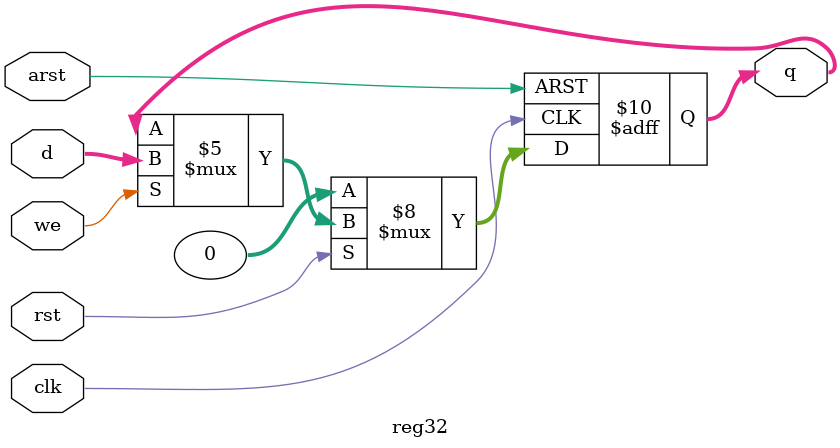
<source format=v>
`timescale 1ns/1ps
module reg32(clk, we, d, q, arst, rst);
input clk,we,arst, rst;
input [31:0] d;
output reg [31:0] q;

always @(posedge clk or negedge arst) begin 
	if(!arst) begin 
		q <= 32'b0;
	end else if(!rst) begin 
		q <= 32'b0;
	end else if(we) begin
		q <= d;
	end else begin 
		q <= q;
	end 
end
endmodule 
</source>
